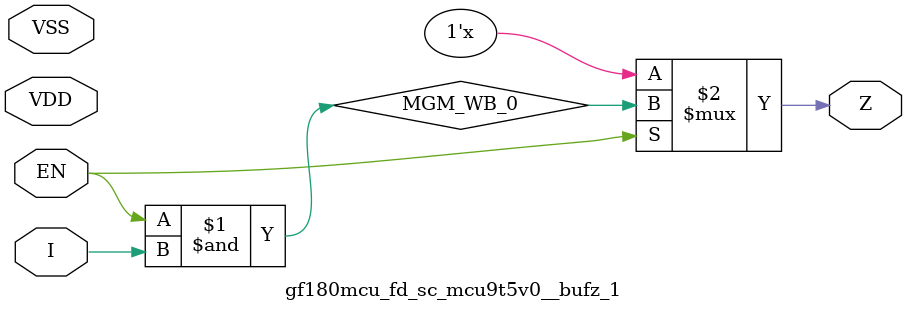
<source format=v>

module gf180mcu_fd_sc_mcu9t5v0__bufz_1( EN, I, Z, VDD, VSS );
input EN, I;
inout VDD, VSS;
output Z;

	wire MGM_WB_0;

	wire MGM_WB_1;

	and MGM_BG_0( MGM_WB_0, EN, I );

	not MGM_BG_1( MGM_WB_1, EN );

	bufif0 MGM_BG_2( Z, MGM_WB_0,MGM_WB_1 );

endmodule

</source>
